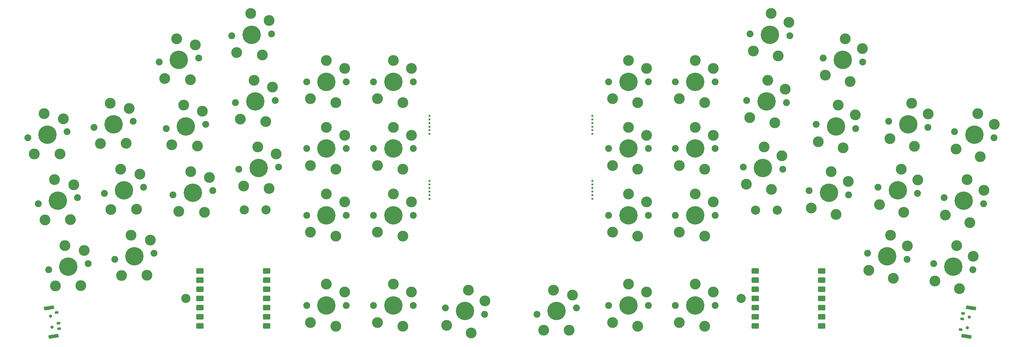
<source format=gts>
G04 #@! TF.GenerationSoftware,KiCad,Pcbnew,9.0.0*
G04 #@! TF.CreationDate,2025-03-17T20:43:48+03:00*
G04 #@! TF.ProjectId,NIOKR,4e494f4b-522e-46b6-9963-61645f706362,rev?*
G04 #@! TF.SameCoordinates,Original*
G04 #@! TF.FileFunction,Soldermask,Top*
G04 #@! TF.FilePolarity,Negative*
%FSLAX46Y46*%
G04 Gerber Fmt 4.6, Leading zero omitted, Abs format (unit mm)*
G04 Created by KiCad (PCBNEW 9.0.0) date 2025-03-17 20:43:48*
%MOMM*%
%LPD*%
G01*
G04 APERTURE LIST*
G04 Aperture macros list*
%AMRoundRect*
0 Rectangle with rounded corners*
0 $1 Rounding radius*
0 $2 $3 $4 $5 $6 $7 $8 $9 X,Y pos of 4 corners*
0 Add a 4 corners polygon primitive as box body*
4,1,4,$2,$3,$4,$5,$6,$7,$8,$9,$2,$3,0*
0 Add four circle primitives for the rounded corners*
1,1,$1+$1,$2,$3*
1,1,$1+$1,$4,$5*
1,1,$1+$1,$6,$7*
1,1,$1+$1,$8,$9*
0 Add four rect primitives between the rounded corners*
20,1,$1+$1,$2,$3,$4,$5,0*
20,1,$1+$1,$4,$5,$6,$7,0*
20,1,$1+$1,$6,$7,$8,$9,0*
20,1,$1+$1,$8,$9,$2,$3,0*%
G04 Aperture macros list end*
%ADD10C,1.900000*%
%ADD11C,3.000000*%
%ADD12C,5.100000*%
%ADD13C,0.600000*%
%ADD14RoundRect,0.250000X-0.750000X-0.525000X0.750000X-0.525000X0.750000X0.525000X-0.750000X0.525000X0*%
%ADD15C,2.540000*%
%ADD16C,0.900000*%
%ADD17RoundRect,0.175000X0.348375X-0.122004X0.293623X0.223687X-0.348375X0.122004X-0.293623X-0.223687X0*%
%ADD18RoundRect,0.250000X-1.096733X-0.426822X1.174950X-0.067022X1.096733X0.426822X-1.174950X0.067022X0*%
%ADD19RoundRect,0.175000X-0.293623X0.223687X-0.348375X-0.122004X0.293623X-0.223687X0.348375X0.122004X0*%
%ADD20RoundRect,0.250000X1.174950X0.067022X-1.096733X0.426822X-1.174950X-0.067022X1.096733X-0.426822X0*%
G04 APERTURE END LIST*
D10*
G04 #@! TO.C,R-S20*
X214734614Y-177421290D03*
D11*
X216556313Y-181891347D03*
X219243937Y-170733539D03*
D12*
X220166900Y-176560900D03*
D11*
X223634388Y-181833378D03*
X224526534Y-172124281D03*
D10*
X225599186Y-175700510D03*
G04 #@! TD*
G04 #@! TO.C,R-S19*
X234500000Y-175000000D03*
D11*
X235600000Y-179700000D03*
X240000000Y-169100000D03*
D12*
X240000000Y-175000000D03*
D11*
X242600000Y-180750000D03*
X245000000Y-171300000D03*
D10*
X245500000Y-175000000D03*
G04 #@! TD*
G04 #@! TO.C,R-S18*
X253000000Y-175000000D03*
D11*
X254100000Y-179700000D03*
X258500000Y-169100000D03*
D12*
X258500000Y-175000000D03*
D11*
X261100000Y-180750000D03*
X263500000Y-171300000D03*
D10*
X264000000Y-175000000D03*
G04 #@! TD*
G04 #@! TO.C,R-S17*
X234500000Y-150000000D03*
D11*
X235600000Y-154700000D03*
X240000000Y-144100000D03*
D12*
X240000000Y-150000000D03*
D11*
X242600000Y-155750000D03*
X245000000Y-146300000D03*
D10*
X245500000Y-150000000D03*
G04 #@! TD*
G04 #@! TO.C,R-S16*
X253000000Y-150000000D03*
D11*
X254100000Y-154700000D03*
X258500000Y-144100000D03*
D12*
X258500000Y-150000000D03*
D11*
X261100000Y-155750000D03*
X263500000Y-146300000D03*
D10*
X264000000Y-150000000D03*
G04 #@! TD*
G04 #@! TO.C,R-S15*
X271742538Y-136642952D03*
D11*
X272595051Y-141394081D03*
X277543782Y-131038886D03*
D12*
X277235000Y-136930800D03*
D11*
X279530505Y-142808993D03*
X282421791Y-133497551D03*
D10*
X282727462Y-137218648D03*
G04 #@! TD*
G04 #@! TO.C,R-S14*
X289985930Y-143187593D03*
D11*
X290588620Y-147976828D03*
X296072518Y-137894821D03*
D12*
X295455800Y-143762500D03*
D11*
X297440518Y-149752775D03*
X300815165Y-140605411D03*
D10*
X300925670Y-144337407D03*
G04 #@! TD*
G04 #@! TO.C,R-S13*
X306175114Y-160481110D03*
D11*
X306526329Y-165295324D03*
X312530363Y-155514139D03*
D12*
X311607400Y-161341500D03*
D11*
X313275892Y-167427438D03*
X317124649Y-158469225D03*
D10*
X317039686Y-162201890D03*
G04 #@! TD*
G04 #@! TO.C,R-S12*
X324447314Y-163375110D03*
D11*
X324798529Y-168189324D03*
X330802563Y-158408139D03*
D12*
X329879600Y-164235500D03*
D11*
X331548092Y-170321438D03*
X335396849Y-161363225D03*
D10*
X335311886Y-165095890D03*
G04 #@! TD*
G04 #@! TO.C,R-S11*
X234500000Y-131500000D03*
D11*
X235600000Y-136200000D03*
X240000000Y-125600000D03*
D12*
X240000000Y-131500000D03*
D11*
X242600000Y-137250000D03*
X245000000Y-127800000D03*
D10*
X245500000Y-131500000D03*
G04 #@! TD*
G04 #@! TO.C,R-S10*
X253000000Y-131500000D03*
D11*
X254100000Y-136200000D03*
X258500000Y-125600000D03*
D12*
X258500000Y-131500000D03*
D11*
X261100000Y-137250000D03*
X263500000Y-127800000D03*
D10*
X264000000Y-131500000D03*
G04 #@! TD*
G04 #@! TO.C,R-S9*
X272710738Y-118168352D03*
D11*
X273563251Y-122919481D03*
X278511982Y-112564286D03*
D12*
X278203200Y-118456200D03*
D11*
X280498705Y-124334393D03*
X283389991Y-115022951D03*
D10*
X283695662Y-118744048D03*
G04 #@! TD*
G04 #@! TO.C,R-S8*
X291919730Y-124788993D03*
D11*
X292522420Y-129578228D03*
X298006318Y-119496221D03*
D12*
X297389600Y-125363900D03*
D11*
X299374318Y-131354175D03*
X302748965Y-122206811D03*
D10*
X302859470Y-125938807D03*
G04 #@! TD*
G04 #@! TO.C,R-S7*
X309069114Y-142208910D03*
D11*
X309420329Y-147023124D03*
X315424363Y-137241939D03*
D12*
X314501400Y-143069300D03*
D11*
X316169892Y-149155238D03*
X320018649Y-140197025D03*
D10*
X319933686Y-143929690D03*
G04 #@! TD*
G04 #@! TO.C,R-S6*
X327341414Y-145102910D03*
D11*
X327692629Y-149917124D03*
X333696663Y-140135939D03*
D12*
X332773700Y-145963300D03*
D11*
X334442192Y-152049238D03*
X338290949Y-143091025D03*
D10*
X338205986Y-146823690D03*
G04 #@! TD*
G04 #@! TO.C,R-S5*
X234500000Y-113000000D03*
D11*
X235600000Y-117700000D03*
X240000000Y-107100000D03*
D12*
X240000000Y-113000000D03*
D11*
X242600000Y-118750000D03*
X245000000Y-109300000D03*
D10*
X245500000Y-113000000D03*
G04 #@! TD*
G04 #@! TO.C,R-S4*
X253000000Y-113000000D03*
D11*
X254100000Y-117700000D03*
X258500000Y-107100000D03*
D12*
X258500000Y-113000000D03*
D11*
X261100000Y-118750000D03*
X263500000Y-109300000D03*
D10*
X264000000Y-113000000D03*
G04 #@! TD*
G04 #@! TO.C,R-S3*
X273678938Y-99693652D03*
D11*
X274531451Y-104444781D03*
X279480182Y-94089586D03*
D12*
X279171400Y-99981500D03*
D11*
X281466905Y-105859693D03*
X284358191Y-96548251D03*
D10*
X284663862Y-100269348D03*
G04 #@! TD*
G04 #@! TO.C,R-S2*
X293853430Y-106390293D03*
D11*
X294456120Y-111179528D03*
X299940018Y-101097521D03*
D12*
X299323300Y-106965200D03*
D11*
X301308018Y-112955475D03*
X304682665Y-103808111D03*
D10*
X304793170Y-107540107D03*
G04 #@! TD*
G04 #@! TO.C,R-S1*
X311963214Y-123936610D03*
D11*
X312314429Y-128750824D03*
X318318463Y-118969639D03*
D12*
X317395500Y-124797000D03*
D11*
X319063992Y-130882938D03*
X322912749Y-121924725D03*
D10*
X322827786Y-125657390D03*
G04 #@! TD*
G04 #@! TO.C,R-S0*
X330235414Y-126830710D03*
D11*
X330586629Y-131644924D03*
X336590663Y-121863739D03*
D12*
X335667700Y-127691100D03*
D11*
X337336192Y-133777038D03*
X341184949Y-124818825D03*
D10*
X341099986Y-128551490D03*
G04 #@! TD*
G04 #@! TO.C,L-S20*
X189400814Y-175700510D03*
D11*
X189752029Y-180514724D03*
X195756063Y-170733539D03*
D12*
X194833100Y-176560900D03*
D11*
X196501592Y-182646838D03*
X200350349Y-173688625D03*
D10*
X200265386Y-177421290D03*
G04 #@! TD*
G04 #@! TO.C,L-S19*
X169500000Y-175000000D03*
D11*
X170600000Y-179700000D03*
X175000000Y-169100000D03*
D12*
X175000000Y-175000000D03*
D11*
X177600000Y-180750000D03*
X180000000Y-171300000D03*
D10*
X180500000Y-175000000D03*
G04 #@! TD*
G04 #@! TO.C,L-S18*
X151000000Y-175000000D03*
D11*
X152100000Y-179700000D03*
X156500000Y-169100000D03*
D12*
X156500000Y-175000000D03*
D11*
X159100000Y-180750000D03*
X161500000Y-171300000D03*
D10*
X162000000Y-175000000D03*
G04 #@! TD*
G04 #@! TO.C,L-S17*
X169500000Y-150000000D03*
D11*
X170600000Y-154700000D03*
X175000000Y-144100000D03*
D12*
X175000000Y-150000000D03*
D11*
X177600000Y-155750000D03*
X180000000Y-146300000D03*
D10*
X180500000Y-150000000D03*
G04 #@! TD*
G04 #@! TO.C,L-S16*
X151000000Y-150000000D03*
D11*
X152100000Y-154700000D03*
X156500000Y-144100000D03*
D12*
X156500000Y-150000000D03*
D11*
X159100000Y-155750000D03*
X161500000Y-146300000D03*
D10*
X162000000Y-150000000D03*
G04 #@! TD*
G04 #@! TO.C,L-S15*
X132272538Y-137218648D03*
D11*
X133617009Y-141854637D03*
X137456218Y-131038886D03*
D12*
X137765000Y-136930800D03*
D11*
X140662369Y-142536846D03*
X142564505Y-132974191D03*
D10*
X143257462Y-136642952D03*
G04 #@! TD*
G04 #@! TO.C,L-S14*
X114074330Y-144337407D03*
D11*
X115659587Y-148896678D03*
X118927482Y-137894821D03*
D12*
X119544200Y-143762500D03*
D11*
X122730996Y-149209227D03*
X124130054Y-139560127D03*
D10*
X125014070Y-143187593D03*
G04 #@! TD*
G04 #@! TO.C,L-S13*
X97960314Y-162201890D03*
D11*
X99782013Y-166671947D03*
X102469637Y-155514139D03*
D12*
X103392600Y-161341500D03*
D11*
X106860088Y-166613978D03*
X107752234Y-156904881D03*
D10*
X108824886Y-160481110D03*
G04 #@! TD*
G04 #@! TO.C,L-S12*
X79688114Y-165095890D03*
D11*
X81509813Y-169565947D03*
X84197437Y-158408139D03*
D12*
X85120400Y-164235500D03*
D11*
X88587888Y-169507978D03*
X89480034Y-159798881D03*
D10*
X90552686Y-163375110D03*
G04 #@! TD*
G04 #@! TO.C,L-S11*
X169500000Y-131500000D03*
D11*
X170600000Y-136200000D03*
X175000000Y-125600000D03*
D12*
X175000000Y-131500000D03*
D11*
X177600000Y-137250000D03*
X180000000Y-127800000D03*
D10*
X180500000Y-131500000D03*
G04 #@! TD*
G04 #@! TO.C,L-S10*
X151000000Y-131500000D03*
D11*
X152100000Y-136200000D03*
X156500000Y-125600000D03*
D12*
X156500000Y-131500000D03*
D11*
X159100000Y-137250000D03*
X161500000Y-127800000D03*
D10*
X162000000Y-131500000D03*
G04 #@! TD*
G04 #@! TO.C,L-S9*
X131304338Y-118744048D03*
D11*
X132648809Y-123380037D03*
X136488018Y-112564286D03*
D12*
X136796800Y-118456200D03*
D11*
X139694169Y-124062246D03*
X141596305Y-114499591D03*
D10*
X142289262Y-118168352D03*
G04 #@! TD*
G04 #@! TO.C,L-S8*
X112140530Y-125938807D03*
D11*
X113725787Y-130498078D03*
X116993682Y-119496221D03*
D12*
X117610400Y-125363900D03*
D11*
X120797196Y-130810627D03*
X122196254Y-121161527D03*
D10*
X123080270Y-124788993D03*
G04 #@! TD*
G04 #@! TO.C,L-S7*
X95066314Y-143929690D03*
D11*
X96888013Y-148399747D03*
X99575637Y-137241939D03*
D12*
X100498600Y-143069300D03*
D11*
X103966088Y-148341778D03*
X104858234Y-138632681D03*
D10*
X105930886Y-142208910D03*
G04 #@! TD*
G04 #@! TO.C,L-S6*
X76794014Y-146823690D03*
D11*
X78615713Y-151293747D03*
X81303337Y-140135939D03*
D12*
X82226300Y-145963300D03*
D11*
X85693788Y-151235778D03*
X86585934Y-141526681D03*
D10*
X87658586Y-145102910D03*
G04 #@! TD*
G04 #@! TO.C,L-S5*
X169500000Y-113000000D03*
D11*
X170600000Y-117700000D03*
X175000000Y-107100000D03*
D12*
X175000000Y-113000000D03*
D11*
X177600000Y-118750000D03*
X180000000Y-109300000D03*
D10*
X180500000Y-113000000D03*
G04 #@! TD*
G04 #@! TO.C,L-S4*
X151000000Y-113000000D03*
D11*
X152100000Y-117700000D03*
X156500000Y-107100000D03*
D12*
X156500000Y-113000000D03*
D11*
X159100000Y-118750000D03*
X161500000Y-109300000D03*
D10*
X162000000Y-113000000D03*
G04 #@! TD*
G04 #@! TO.C,L-S3*
X130336138Y-100269348D03*
D11*
X131680609Y-104905337D03*
X135519818Y-94089586D03*
D12*
X135828600Y-99981500D03*
D11*
X138725969Y-105587546D03*
X140628105Y-96024891D03*
D10*
X141321062Y-99693652D03*
G04 #@! TD*
G04 #@! TO.C,L-S2*
X110206830Y-107540107D03*
D11*
X111792087Y-112099378D03*
X115059982Y-101097521D03*
D12*
X115676700Y-106965200D03*
D11*
X118863496Y-112411927D03*
X120262554Y-102762827D03*
D10*
X121146570Y-106390293D03*
G04 #@! TD*
G04 #@! TO.C,L-S1*
X92172214Y-125657390D03*
D11*
X93993913Y-130127447D03*
X96681537Y-118969639D03*
D12*
X97604500Y-124797000D03*
D11*
X101071988Y-130069478D03*
X101964134Y-120360381D03*
D10*
X103036786Y-123936610D03*
G04 #@! TD*
G04 #@! TO.C,L-S0*
X73900014Y-128551490D03*
D11*
X75721713Y-133021547D03*
X78409337Y-121863739D03*
D12*
X79332300Y-127691100D03*
D11*
X82799788Y-132963578D03*
X83691934Y-123254481D03*
D10*
X84764586Y-126830710D03*
G04 #@! TD*
D13*
G04 #@! TO.C,mbites3*
X230000000Y-122439400D03*
X230000000Y-123439400D03*
X230000000Y-124439400D03*
X230000000Y-125439400D03*
X230000000Y-126439400D03*
X230000000Y-127439400D03*
G04 #@! TD*
G04 #@! TO.C,mbites4*
X230000000Y-140439400D03*
X230000000Y-141439400D03*
X230000000Y-142439400D03*
X230000000Y-143439400D03*
X230000000Y-144439400D03*
X230000000Y-145439400D03*
G04 #@! TD*
G04 #@! TO.C,mbites2*
X185000000Y-140439400D03*
X185000000Y-141439400D03*
X185000000Y-142439400D03*
X185000000Y-143439400D03*
X185000000Y-144439400D03*
X185000000Y-145439400D03*
G04 #@! TD*
G04 #@! TO.C,mbites1*
X185000000Y-122439400D03*
X185000000Y-123439400D03*
X185000000Y-124439400D03*
X185000000Y-125439400D03*
X185000000Y-126439400D03*
X185000000Y-127439400D03*
G04 #@! TD*
D14*
G04 #@! TO.C,U1*
X121521000Y-180633700D03*
X121521000Y-178093700D03*
X121521000Y-175553700D03*
X121521000Y-173013700D03*
X121521000Y-170473700D03*
X121521000Y-167933700D03*
X121521000Y-165393700D03*
X139921000Y-180633700D03*
X139921000Y-178093700D03*
X139921000Y-175553700D03*
X139921000Y-173013700D03*
X139921000Y-170473700D03*
X139921000Y-167933700D03*
X139921000Y-165393700D03*
G04 #@! TD*
G04 #@! TO.C,U2*
X275079000Y-180633700D03*
X275079000Y-178093700D03*
X275079000Y-175553700D03*
X275079000Y-173013700D03*
X275079000Y-170473700D03*
X275079000Y-167933700D03*
X275079000Y-165393700D03*
X293479000Y-180633700D03*
X293479000Y-178093700D03*
X293479000Y-175553700D03*
X293479000Y-173013700D03*
X293479000Y-170473700D03*
X293479000Y-167933700D03*
X293479000Y-165393700D03*
G04 #@! TD*
D15*
G04 #@! TO.C,L-GND1*
X139811000Y-148529800D03*
G04 #@! TD*
G04 #@! TO.C,R-BAT+1*
X281189000Y-148620800D03*
G04 #@! TD*
G04 #@! TO.C,L-BAT+2*
X117631000Y-173013700D03*
G04 #@! TD*
G04 #@! TO.C,R-BAT+2*
X271189000Y-173013700D03*
G04 #@! TD*
G04 #@! TO.C,L-BAT+1*
X133811000Y-148529800D03*
G04 #@! TD*
G04 #@! TO.C,R-GND1*
X275189000Y-148620800D03*
G04 #@! TD*
D16*
G04 #@! TO.C,L-PSW1*
X80628160Y-180970977D03*
X80208241Y-178000091D03*
D17*
X81868754Y-176977742D03*
X82338058Y-179940807D03*
X82572709Y-181422340D03*
D18*
X79741851Y-175694666D03*
X80985505Y-183546789D03*
G04 #@! TD*
D16*
G04 #@! TO.C,R-PSW1*
X334284102Y-178254850D03*
X333765414Y-181210093D03*
D19*
X331870249Y-181669277D03*
X332339552Y-178706212D03*
X332574204Y-177224680D03*
D20*
X333496562Y-183546804D03*
X334740216Y-175694682D03*
G04 #@! TD*
M02*

</source>
